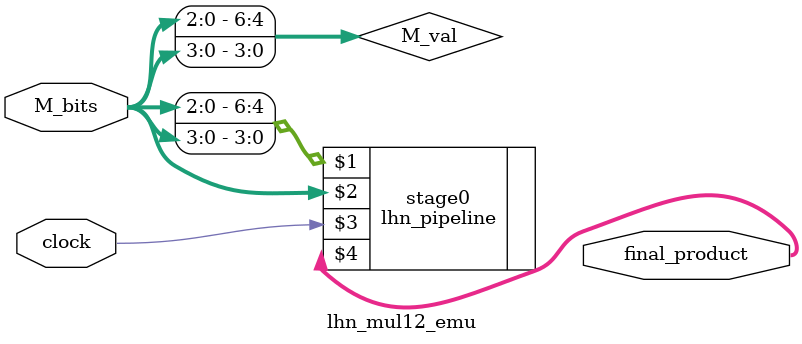
<source format=v>
module lhn_mul12_emu (M_bits, clock, final_product);

	input [3:0] M_bits; //multiplicand
	input clock;
	//input start;
	output [10:0] final_product;
	//output finish;
	wire [6:0] M_val;
	
	assign M_val = {M_bits[2:0],M_bits};
	lhn_pipeline stage0 (M_val,M_bits, clock, final_product);

endmodule 
</source>
